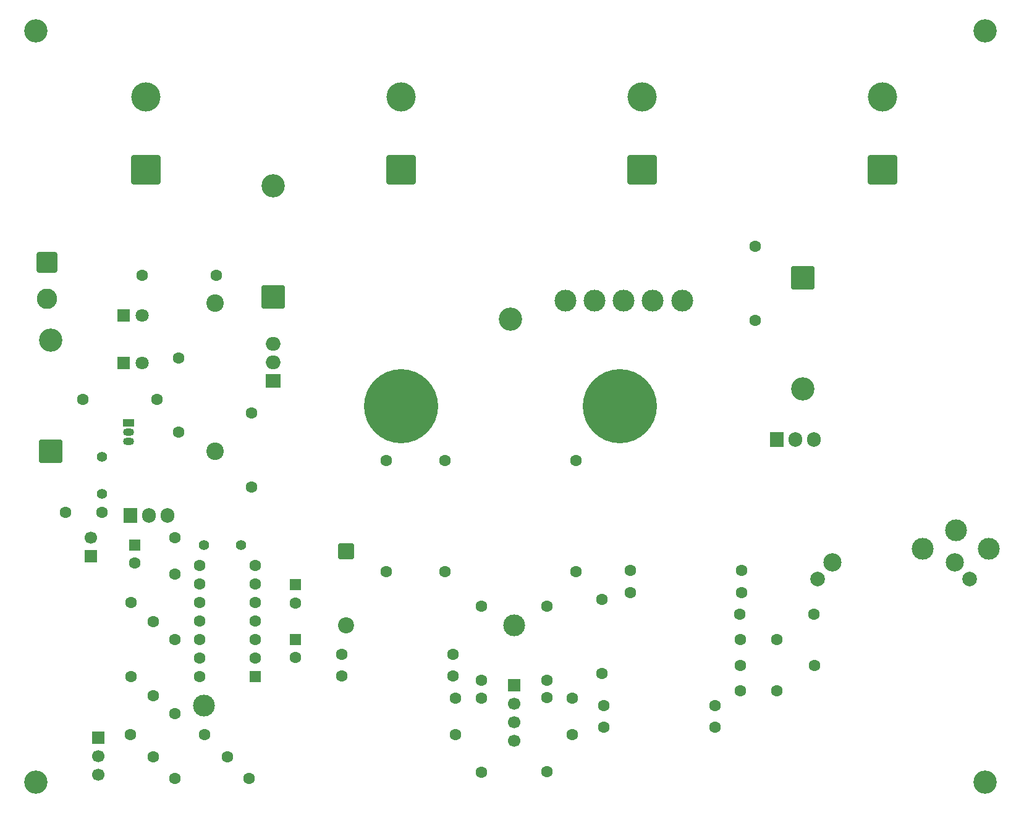
<source format=gbr>
%TF.GenerationSoftware,KiCad,Pcbnew,9.0.6*%
%TF.CreationDate,2025-12-11T16:12:32+01:00*%
%TF.ProjectId,saturation_meter,73617475-7261-4746-996f-6e5f6d657465,1.0.0*%
%TF.SameCoordinates,Original*%
%TF.FileFunction,Soldermask,Top*%
%TF.FilePolarity,Negative*%
%FSLAX46Y46*%
G04 Gerber Fmt 4.6, Leading zero omitted, Abs format (unit mm)*
G04 Created by KiCad (PCBNEW 9.0.6) date 2025-12-11 16:12:32*
%MOMM*%
%LPD*%
G01*
G04 APERTURE LIST*
G04 Aperture macros list*
%AMRoundRect*
0 Rectangle with rounded corners*
0 $1 Rounding radius*
0 $2 $3 $4 $5 $6 $7 $8 $9 X,Y pos of 4 corners*
0 Add a 4 corners polygon primitive as box body*
4,1,4,$2,$3,$4,$5,$6,$7,$8,$9,$2,$3,0*
0 Add four circle primitives for the rounded corners*
1,1,$1+$1,$2,$3*
1,1,$1+$1,$4,$5*
1,1,$1+$1,$6,$7*
1,1,$1+$1,$8,$9*
0 Add four rect primitives between the rounded corners*
20,1,$1+$1,$2,$3,$4,$5,0*
20,1,$1+$1,$4,$5,$6,$7,0*
20,1,$1+$1,$6,$7,$8,$9,0*
20,1,$1+$1,$8,$9,$2,$3,0*%
G04 Aperture macros list end*
%ADD10C,1.600000*%
%ADD11C,3.000000*%
%ADD12RoundRect,0.250000X-0.550000X0.550000X-0.550000X-0.550000X0.550000X-0.550000X0.550000X0.550000X0*%
%ADD13C,2.400000*%
%ADD14C,10.160000*%
%ADD15C,3.200000*%
%ADD16R,1.800000X1.800000*%
%ADD17C,1.800000*%
%ADD18R,1.500000X1.050000*%
%ADD19O,1.500000X1.050000*%
%ADD20R,1.905000X2.000000*%
%ADD21O,1.905000X2.000000*%
%ADD22RoundRect,0.250000X1.750000X-1.750000X1.750000X1.750000X-1.750000X1.750000X-1.750000X-1.750000X0*%
%ADD23C,4.000000*%
%ADD24RoundRect,0.250000X0.550000X0.550000X-0.550000X0.550000X-0.550000X-0.550000X0.550000X-0.550000X0*%
%ADD25R,1.700000X1.700000*%
%ADD26C,1.700000*%
%ADD27C,1.400000*%
%ADD28RoundRect,0.250001X-1.149999X1.149999X-1.149999X-1.149999X1.149999X-1.149999X1.149999X1.149999X0*%
%ADD29C,2.800000*%
%ADD30RoundRect,0.250000X1.350000X-1.350000X1.350000X1.350000X-1.350000X1.350000X-1.350000X-1.350000X0*%
%ADD31C,2.500000*%
%ADD32C,2.000000*%
%ADD33RoundRect,0.250000X-1.350000X1.350000X-1.350000X-1.350000X1.350000X-1.350000X1.350000X1.350000X0*%
%ADD34RoundRect,0.249999X-0.850001X0.850001X-0.850001X-0.850001X0.850001X-0.850001X0.850001X0.850001X0*%
%ADD35C,2.200000*%
%ADD36R,2.000000X1.905000*%
%ADD37O,2.000000X1.905000*%
G04 APERTURE END LIST*
D10*
%TO.C,R20*%
X181000000Y-81660000D03*
X181000000Y-71500000D03*
%TD*%
D11*
%TO.C,*%
X105500000Y-134500000D03*
%TD*%
%TO.C,*%
X148000000Y-123500000D03*
%TD*%
%TO.C,*%
X213000000Y-113000000D03*
%TD*%
%TO.C,*%
X208500000Y-110500000D03*
%TD*%
%TO.C,*%
X204000000Y-113000000D03*
%TD*%
%TO.C,*%
X171000000Y-79000000D03*
%TD*%
%TO.C,*%
X167000000Y-79000000D03*
%TD*%
%TO.C,*%
X163000000Y-79000000D03*
%TD*%
%TO.C,*%
X159000000Y-79000000D03*
%TD*%
%TO.C,*%
X155000000Y-79000000D03*
%TD*%
D10*
%TO.C,C8*%
X91500000Y-108000000D03*
X86500000Y-108000000D03*
%TD*%
D12*
%TO.C,C12*%
X118040000Y-117950000D03*
D10*
X118040000Y-120450000D03*
%TD*%
%TO.C,C10*%
X179000000Y-132500000D03*
X184000000Y-132500000D03*
%TD*%
%TO.C,R4*%
X152500000Y-131080000D03*
X152500000Y-120920000D03*
%TD*%
%TO.C,C11*%
X101500000Y-111500000D03*
X101500000Y-116500000D03*
%TD*%
D13*
%TO.C,R1*%
X107000000Y-99660000D03*
X107000000Y-79340000D03*
%TD*%
D14*
%TO.C,J2*%
X132500000Y-93500000D03*
X162470000Y-93500000D03*
%TD*%
D10*
%TO.C,C6*%
X156000000Y-133500000D03*
X156000000Y-138500000D03*
%TD*%
D15*
%TO.C,H1*%
X82500000Y-42000000D03*
%TD*%
D10*
%TO.C,C7*%
X179000000Y-125500000D03*
X184000000Y-125500000D03*
%TD*%
%TO.C,R19*%
X108700000Y-141530000D03*
X98540000Y-141530000D03*
%TD*%
%TO.C,REF\u002A\u002A*%
X179120000Y-116000000D03*
X163880000Y-116000000D03*
%TD*%
%TO.C,R5*%
X143500000Y-143660000D03*
X143500000Y-133500000D03*
%TD*%
%TO.C,R2*%
X112000000Y-104580000D03*
X112000000Y-94420000D03*
%TD*%
%TO.C,R3*%
X143500000Y-131080000D03*
X143500000Y-120920000D03*
%TD*%
D16*
%TO.C,D6*%
X94460000Y-87500000D03*
D17*
X97000000Y-87500000D03*
%TD*%
D10*
%TO.C,R11*%
X97000000Y-75500000D03*
X107160000Y-75500000D03*
%TD*%
D15*
%TO.C,H3*%
X82500000Y-145000000D03*
%TD*%
D10*
%TO.C,R10*%
X179000000Y-129000000D03*
X189160000Y-129000000D03*
%TD*%
%TO.C,R6*%
X152500000Y-143580000D03*
X152500000Y-133420000D03*
%TD*%
D18*
%TO.C,Q3*%
X95140000Y-95730000D03*
D19*
X95140000Y-97000000D03*
X95140000Y-98270000D03*
%TD*%
D20*
%TO.C,U1*%
X95460000Y-108450000D03*
D21*
X98000000Y-108450000D03*
X100540000Y-108450000D03*
%TD*%
D10*
%TO.C,REF\u002A\u002A*%
X179120000Y-119000000D03*
X163880000Y-119000000D03*
%TD*%
D22*
%TO.C,C4*%
X198500000Y-61017935D03*
D23*
X198500000Y-51017935D03*
%TD*%
D22*
%TO.C,C1*%
X97500000Y-61000000D03*
D23*
X97500000Y-51000000D03*
%TD*%
D16*
%TO.C,D5*%
X94500000Y-81000000D03*
D17*
X97040000Y-81000000D03*
%TD*%
D10*
%TO.C,R12*%
X102000000Y-97000000D03*
X102000000Y-86840000D03*
%TD*%
%TO.C,R13*%
X95540000Y-130530000D03*
X95540000Y-120370000D03*
%TD*%
%TO.C,REF\u002A\u002A*%
X130500000Y-116120000D03*
X130500000Y-100880000D03*
%TD*%
D24*
%TO.C,U2*%
X112540000Y-130570000D03*
D10*
X112540000Y-128030000D03*
X112540000Y-125490000D03*
X112540000Y-122950000D03*
X112540000Y-120410000D03*
X112540000Y-117870000D03*
X112540000Y-115330000D03*
X104920000Y-115330000D03*
X104920000Y-117870000D03*
X104920000Y-120410000D03*
X104920000Y-122950000D03*
X104920000Y-125490000D03*
X104920000Y-128030000D03*
X104920000Y-130570000D03*
%TD*%
D25*
%TO.C,J3*%
X91000000Y-138960000D03*
D26*
X91000000Y-141500000D03*
X91000000Y-144040000D03*
%TD*%
D25*
%TO.C,J5*%
X90000000Y-114000000D03*
D26*
X90000000Y-111460000D03*
%TD*%
D10*
%TO.C,REF\u002A\u002A*%
X156500000Y-116120000D03*
X156500000Y-100880000D03*
%TD*%
D15*
%TO.C,H5*%
X147500000Y-81500000D03*
%TD*%
D22*
%TO.C,C3*%
X165500000Y-61000000D03*
D23*
X165500000Y-51000000D03*
%TD*%
D10*
%TO.C,R17*%
X105620000Y-138530000D03*
X95460000Y-138530000D03*
%TD*%
D27*
%TO.C,REF\u002A\u002A*%
X91500000Y-105500000D03*
X91500000Y-100420000D03*
%TD*%
D28*
%TO.C,J1*%
X84032500Y-73750000D03*
D29*
X84032500Y-78750000D03*
%TD*%
D20*
%TO.C,Q2*%
X184000000Y-98000000D03*
D21*
X186540000Y-98000000D03*
X189080000Y-98000000D03*
%TD*%
D30*
%TO.C,D1*%
X84500000Y-99620000D03*
D15*
X84500000Y-84380000D03*
%TD*%
D31*
%TO.C,R9*%
X191618000Y-114906000D03*
D32*
X189586000Y-117192000D03*
X210414000Y-117192000D03*
D31*
X208382000Y-114906000D03*
%TD*%
D12*
%TO.C,C13*%
X118040000Y-125450000D03*
D10*
X118040000Y-127950000D03*
%TD*%
%TO.C,REF\u002A\u002A*%
X175500000Y-134500000D03*
X160260000Y-134500000D03*
%TD*%
D27*
%TO.C,REF\u002A\u002A*%
X110540000Y-112500000D03*
X105460000Y-112500000D03*
%TD*%
D10*
%TO.C,R14*%
X88920000Y-92500000D03*
X99080000Y-92500000D03*
%TD*%
%TO.C,REF\u002A\u002A*%
X138500000Y-116120000D03*
X138500000Y-100880000D03*
%TD*%
%TO.C,R18*%
X111700000Y-144530000D03*
X101540000Y-144530000D03*
%TD*%
D33*
%TO.C,D2*%
X187500000Y-75880000D03*
D15*
X187500000Y-91120000D03*
%TD*%
D34*
%TO.C,D4*%
X125000000Y-113340000D03*
D35*
X125000000Y-123500000D03*
%TD*%
D10*
%TO.C,R15*%
X101540000Y-135610000D03*
X101540000Y-125450000D03*
%TD*%
%TO.C,C5*%
X140000000Y-133500000D03*
X140000000Y-138500000D03*
%TD*%
D36*
%TO.C,Q1*%
X115000000Y-90000000D03*
D37*
X115000000Y-87460000D03*
X115000000Y-84920000D03*
%TD*%
D15*
%TO.C,H4*%
X212500000Y-145000000D03*
%TD*%
%TO.C,H2*%
X212500000Y-42000000D03*
%TD*%
D10*
%TO.C,R16*%
X98540000Y-133190000D03*
X98540000Y-123030000D03*
%TD*%
%TO.C,REF\u002A\u002A*%
X139620000Y-130500000D03*
X124380000Y-130500000D03*
%TD*%
D12*
%TO.C,C9*%
X96000000Y-112500000D03*
D10*
X96000000Y-115000000D03*
%TD*%
D25*
%TO.C,J4*%
X148000000Y-131690000D03*
D26*
X148000000Y-134230000D03*
X148000000Y-136770000D03*
X148000000Y-139310000D03*
%TD*%
D30*
%TO.C,D3*%
X115000000Y-78500000D03*
D15*
X115000000Y-63260000D03*
%TD*%
D10*
%TO.C,REF\u002A\u002A*%
X139620000Y-127500000D03*
X124380000Y-127500000D03*
%TD*%
%TO.C,R8*%
X178920000Y-122000000D03*
X189080000Y-122000000D03*
%TD*%
%TO.C,REF\u002A\u002A*%
X175500000Y-137500000D03*
X160260000Y-137500000D03*
%TD*%
%TO.C,R7*%
X160000000Y-130080000D03*
X160000000Y-119920000D03*
%TD*%
D22*
%TO.C,C2*%
X132500000Y-61000000D03*
D23*
X132500000Y-51000000D03*
%TD*%
M02*

</source>
